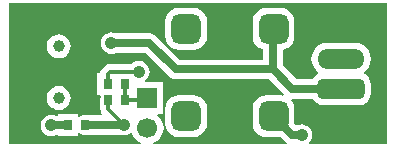
<source format=gbl>
G04*
G04 #@! TF.GenerationSoftware,Altium Limited,Altium Designer,21.4.1 (30)*
G04*
G04 Layer_Physical_Order=2*
G04 Layer_Color=16711680*
%FSLAX25Y25*%
%MOIN*%
G70*
G04*
G04 #@! TF.SameCoordinates,1EC51C1C-F771-4994-86DF-2D69714EE4D9*
G04*
G04*
G04 #@! TF.FilePolarity,Positive*
G04*
G01*
G75*
%ADD17R,0.02756X0.03543*%
%ADD38C,0.01200*%
%ADD39C,0.02500*%
%ADD41C,0.03937*%
%ADD42C,0.06693*%
%ADD43R,0.06693X0.06693*%
%ADD44O,0.15748X0.06693*%
G04:AMPARAMS|DCode=45|XSize=157.48mil|YSize=66.93mil|CornerRadius=16.73mil|HoleSize=0mil|Usage=FLASHONLY|Rotation=180.000|XOffset=0mil|YOffset=0mil|HoleType=Round|Shape=RoundedRectangle|*
%AMROUNDEDRECTD45*
21,1,0.15748,0.03347,0,0,180.0*
21,1,0.12402,0.06693,0,0,180.0*
1,1,0.03346,-0.06201,0.01673*
1,1,0.03346,0.06201,0.01673*
1,1,0.03346,0.06201,-0.01673*
1,1,0.03346,-0.06201,-0.01673*
%
%ADD45ROUNDEDRECTD45*%
%ADD46C,0.04134*%
G04:AMPARAMS|DCode=47|XSize=98.43mil|YSize=98.43mil|CornerRadius=24.61mil|HoleSize=0mil|Usage=FLASHONLY|Rotation=270.000|XOffset=0mil|YOffset=0mil|HoleType=Round|Shape=RoundedRectangle|*
%AMROUNDEDRECTD47*
21,1,0.09843,0.04921,0,0,270.0*
21,1,0.04921,0.09843,0,0,270.0*
1,1,0.04921,-0.02461,-0.02461*
1,1,0.04921,-0.02461,0.02461*
1,1,0.04921,0.02461,0.02461*
1,1,0.04921,0.02461,-0.02461*
%
%ADD47ROUNDEDRECTD47*%
G36*
X227882Y102039D02*
X201949D01*
X201780Y102539D01*
X201953Y102673D01*
X202525Y103418D01*
X202885Y104285D01*
X203007Y105217D01*
X202885Y106148D01*
X202525Y107015D01*
X201953Y107761D01*
X201208Y108332D01*
X200341Y108692D01*
X199409Y108814D01*
X198478Y108692D01*
X198018Y108501D01*
X197635D01*
X197027Y109109D01*
Y113894D01*
X196873Y115058D01*
X196424Y116143D01*
X195869Y116867D01*
X196139Y117335D01*
X196314Y117313D01*
X203086D01*
X203189Y117065D01*
X203778Y116298D01*
X204545Y115709D01*
X205439Y115339D01*
X206398Y115212D01*
X218799D01*
X219758Y115339D01*
X220652Y115709D01*
X221419Y116298D01*
X222008Y117065D01*
X222378Y117958D01*
X222504Y118917D01*
Y122264D01*
X222378Y123223D01*
X222008Y124116D01*
X221419Y124883D01*
X220652Y125472D01*
X220267Y125632D01*
X220192Y126204D01*
X220939Y126777D01*
X221796Y127894D01*
X222335Y129195D01*
X222519Y130591D01*
X222335Y131986D01*
X221796Y133287D01*
X220939Y134404D01*
X219822Y135261D01*
X218522Y135799D01*
X217126Y135983D01*
X208071D01*
X206675Y135799D01*
X205375Y135261D01*
X204258Y134404D01*
X203401Y133287D01*
X202862Y131986D01*
X202678Y130591D01*
X202862Y129195D01*
X203401Y127894D01*
X204258Y126777D01*
X205005Y126204D01*
X204930Y125632D01*
X204545Y125472D01*
X203778Y124883D01*
X203189Y124116D01*
X203086Y123869D01*
X197672D01*
X193140Y128400D01*
Y133688D01*
X193692Y133760D01*
X194777Y134210D01*
X195709Y134925D01*
X196424Y135857D01*
X196873Y136942D01*
X197027Y138106D01*
Y143028D01*
X196873Y144192D01*
X196424Y145277D01*
X195709Y146209D01*
X194777Y146924D01*
X193692Y147373D01*
X192528Y147527D01*
X187606D01*
X186442Y147373D01*
X185357Y146924D01*
X184425Y146209D01*
X183710Y145277D01*
X183261Y144192D01*
X183107Y143028D01*
Y138106D01*
X183261Y136942D01*
X183710Y135857D01*
X184425Y134925D01*
X185357Y134210D01*
X186442Y133760D01*
X186584Y133742D01*
Y130320D01*
X158764D01*
X150940Y138145D01*
X150261Y138666D01*
X149470Y138993D01*
X149046Y139049D01*
X148622Y139105D01*
X137431D01*
X136955Y139302D01*
X136024Y139425D01*
X135092Y139302D01*
X134225Y138943D01*
X133480Y138371D01*
X132908Y137626D01*
X132548Y136758D01*
X132426Y135827D01*
X132548Y134896D01*
X132908Y134028D01*
X133480Y133283D01*
X134225Y132711D01*
X135092Y132352D01*
X136024Y132229D01*
X136955Y132352D01*
X137431Y132549D01*
X147264D01*
X155089Y124724D01*
X155768Y124204D01*
X156558Y123876D01*
X157406Y123764D01*
X188504D01*
X193500Y118769D01*
X193266Y118296D01*
X192528Y118393D01*
X187606D01*
X186442Y118239D01*
X185357Y117790D01*
X184425Y117075D01*
X183710Y116143D01*
X183261Y115058D01*
X183107Y113894D01*
Y108972D01*
X183261Y107808D01*
X183710Y106723D01*
X184425Y105791D01*
X185357Y105076D01*
X186442Y104627D01*
X187606Y104473D01*
X192391D01*
X193959Y102905D01*
X194436Y102539D01*
X194266Y102039D01*
X150094D01*
X149994Y102539D01*
X150696Y102830D01*
X151813Y103687D01*
X152670Y104804D01*
X153209Y106104D01*
X153393Y107500D01*
X153209Y108896D01*
X152670Y110196D01*
X151813Y111313D01*
X151335Y111680D01*
X151496Y112153D01*
X153347D01*
Y122846D01*
X147384D01*
X147214Y123346D01*
X147721Y123735D01*
X148293Y124481D01*
X148652Y125348D01*
X148775Y126279D01*
X148652Y127211D01*
X148293Y128078D01*
X147721Y128823D01*
X146976Y129395D01*
X146108Y129755D01*
X145177Y129877D01*
X144246Y129755D01*
X143378Y129395D01*
X142735Y128902D01*
X135630D01*
X134951Y128813D01*
X134319Y128551D01*
X133776Y128134D01*
X133775Y128134D01*
X132890Y127248D01*
X132473Y126705D01*
X132211Y126072D01*
X132203Y126016D01*
X131366D01*
Y118473D01*
X132249D01*
X132444Y117973D01*
X132211Y117411D01*
X132122Y116732D01*
X132211Y116053D01*
X132333Y115759D01*
Y113864D01*
X132333Y113864D01*
X132422Y113185D01*
X132684Y112552D01*
X132884Y112292D01*
X132638Y111792D01*
X127736D01*
X127362Y111841D01*
X126514Y111729D01*
X125723Y111402D01*
X125335Y111104D01*
X124835Y111350D01*
Y112335D01*
X118079D01*
Y111644D01*
X117450D01*
X116974Y111841D01*
X116043Y111964D01*
X115112Y111841D01*
X114244Y111482D01*
X113499Y110910D01*
X112928Y110165D01*
X112568Y109297D01*
X112446Y108366D01*
X112568Y107435D01*
X112928Y106567D01*
X113499Y105822D01*
X114244Y105250D01*
X115112Y104891D01*
X116043Y104768D01*
X116974Y104891D01*
X117450Y105088D01*
X118079D01*
Y104791D01*
X124835D01*
Y105764D01*
X125335Y106011D01*
X125772Y105675D01*
X126563Y105348D01*
X127411Y105236D01*
X140305D01*
X141154Y105348D01*
X141944Y105675D01*
X142329Y105970D01*
X142920Y105793D01*
X143330Y104804D01*
X144187Y103687D01*
X145304Y102830D01*
X146006Y102539D01*
X145906Y102039D01*
X102039D01*
Y149142D01*
X227882D01*
Y102039D01*
D02*
G37*
%LPC*%
G36*
X163394Y147527D02*
X158472D01*
X157308Y147373D01*
X156223Y146924D01*
X155291Y146209D01*
X154576Y145277D01*
X154127Y144192D01*
X153973Y143028D01*
Y138106D01*
X154127Y136942D01*
X154576Y135857D01*
X155291Y134925D01*
X156223Y134210D01*
X157308Y133760D01*
X158472Y133607D01*
X163394D01*
X164558Y133760D01*
X165643Y134210D01*
X166575Y134925D01*
X167290Y135857D01*
X167739Y136942D01*
X167893Y138106D01*
Y143028D01*
X167739Y144192D01*
X167290Y145277D01*
X166575Y146209D01*
X165643Y146924D01*
X164558Y147373D01*
X163394Y147527D01*
D02*
G37*
G36*
X118500Y138786D02*
X117464Y138650D01*
X116499Y138250D01*
X115670Y137614D01*
X115033Y136785D01*
X114634Y135819D01*
X114497Y134783D01*
X114634Y133747D01*
X115033Y132782D01*
X115670Y131953D01*
X116499Y131317D01*
X117464Y130917D01*
X118500Y130781D01*
X119536Y130917D01*
X120501Y131317D01*
X121330Y131953D01*
X121967Y132782D01*
X122366Y133747D01*
X122503Y134783D01*
X122366Y135819D01*
X121967Y136785D01*
X121330Y137614D01*
X120501Y138250D01*
X119536Y138650D01*
X118500Y138786D01*
D02*
G37*
G36*
Y121503D02*
X117464Y121366D01*
X116499Y120966D01*
X115670Y120330D01*
X115033Y119501D01*
X114634Y118536D01*
X114497Y117500D01*
X114634Y116464D01*
X115033Y115499D01*
X115670Y114670D01*
X116499Y114033D01*
X117464Y113634D01*
X118500Y113497D01*
X119536Y113634D01*
X120501Y114033D01*
X121330Y114670D01*
X121967Y115499D01*
X122366Y116464D01*
X122503Y117500D01*
X122366Y118536D01*
X121967Y119501D01*
X121330Y120330D01*
X120501Y120966D01*
X119536Y121366D01*
X118500Y121503D01*
D02*
G37*
G36*
X163394Y118393D02*
X158472D01*
X157308Y118239D01*
X156223Y117790D01*
X155291Y117075D01*
X154576Y116143D01*
X154127Y115058D01*
X153973Y113894D01*
Y108972D01*
X154127Y107808D01*
X154576Y106723D01*
X155291Y105791D01*
X156223Y105076D01*
X157308Y104627D01*
X158472Y104473D01*
X163394D01*
X164558Y104627D01*
X165643Y105076D01*
X166575Y105791D01*
X167290Y106723D01*
X167739Y107808D01*
X167893Y108972D01*
Y113894D01*
X167739Y115058D01*
X167290Y116143D01*
X166575Y117075D01*
X165643Y117790D01*
X164558Y118239D01*
X163394Y118393D01*
D02*
G37*
%LPD*%
D17*
X134744Y122244D02*
D03*
X140650D02*
D03*
Y116732D02*
D03*
X134744D02*
D03*
X121457Y108563D02*
D03*
X127362D02*
D03*
D38*
X140305Y108514D02*
X140354Y108465D01*
X134955Y113864D02*
X140305Y108514D01*
X134744Y116732D02*
X134955Y116521D01*
Y113864D02*
Y116521D01*
X134744Y122244D02*
Y125394D01*
X135630Y126279D02*
X145177D01*
X134744Y125394D02*
X135630Y126279D01*
X147232Y116732D02*
X148000Y117500D01*
X140650Y116732D02*
X147232D01*
X140650D02*
Y122244D01*
D39*
X127411Y108514D02*
X140305D01*
X136024Y135827D02*
X148622D01*
X157406Y127042D01*
X189862D01*
X127362Y108563D02*
X127411Y108514D01*
X116043Y108366D02*
X121329D01*
X121457Y108494D02*
Y108563D01*
X121329Y108366D02*
X121457Y108494D01*
X190067Y111433D02*
X196277Y105223D01*
X199403D01*
X190067Y111433D02*
X190067D01*
X199403Y105223D02*
X199409Y105217D01*
X196314Y120591D02*
X212598D01*
X189862Y127042D02*
Y140362D01*
Y127042D02*
X196314Y120591D01*
X189862Y140362D02*
X190067Y140567D01*
D41*
X118500Y134783D02*
D03*
Y117500D02*
D03*
D42*
X148000Y107500D02*
D03*
D43*
Y117500D02*
D03*
D44*
X212598Y130591D02*
D03*
D45*
Y120591D02*
D03*
D46*
X145177Y126279D02*
D03*
X140354Y108465D02*
D03*
X116043Y108366D02*
D03*
X136024Y135827D02*
D03*
X199409Y105217D02*
D03*
D47*
X160933Y140567D02*
D03*
X190067D02*
D03*
Y111433D02*
D03*
X160933D02*
D03*
M02*

</source>
